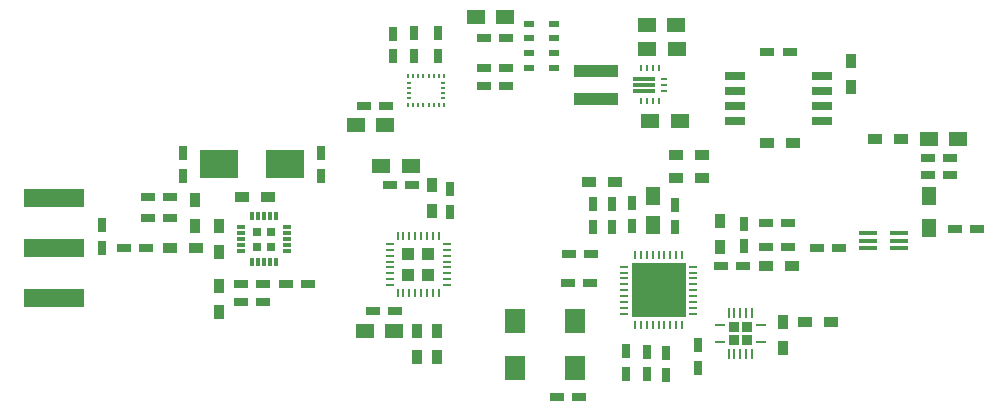
<source format=gbr>
G04 #@! TF.GenerationSoftware,KiCad,Pcbnew,(5.0.0-rc2-dev-311-g1dd4af297)*
G04 #@! TF.CreationDate,2018-03-29T11:26:02-07:00*
G04 #@! TF.ProjectId,Lupo_Testing,4C75706F5F54657374696E672E6B6963,rev?*
G04 #@! TF.SameCoordinates,Original*
G04 #@! TF.FileFunction,Paste,Top*
G04 #@! TF.FilePolarity,Positive*
%FSLAX46Y46*%
G04 Gerber Fmt 4.6, Leading zero omitted, Abs format (unit mm)*
G04 Created by KiCad (PCBNEW (5.0.0-rc2-dev-311-g1dd4af297)) date 03/29/18 11:26:02*
%MOMM*%
%LPD*%
G01*
G04 APERTURE LIST*
%ADD10R,0.250000X0.704800*%
%ADD11R,0.704800X0.250000*%
%ADD12R,4.600001X4.600001*%
%ADD13R,0.950000X0.550000*%
%ADD14R,1.500000X0.400000*%
%ADD15R,1.700000X0.650000*%
%ADD16R,1.889999X0.319999*%
%ADD17R,0.240000X0.599999*%
%ADD18R,0.599999X0.240000*%
%ADD19R,0.820000X0.820000*%
%ADD20R,0.850000X0.280000*%
%ADD21R,0.280000X0.850000*%
%ADD22R,0.230000X0.350000*%
%ADD23R,0.350000X0.230000*%
%ADD24R,0.750000X0.750000*%
%ADD25R,0.300000X0.730000*%
%ADD26R,0.730000X0.300000*%
%ADD27R,1.035000X1.035000*%
%ADD28R,0.250000X0.700000*%
%ADD29R,0.700000X0.250000*%
%ADD30R,0.750000X1.200000*%
%ADD31R,1.200000X0.750000*%
%ADD32R,1.500000X1.250000*%
%ADD33R,1.250000X1.500000*%
%ADD34R,5.080000X1.500000*%
%ADD35R,0.900000X1.200000*%
%ADD36R,1.200000X0.900000*%
%ADD37R,3.700000X0.980000*%
%ADD38R,1.300000X1.500000*%
%ADD39R,3.325000X2.400000*%
%ADD40R,1.800000X2.000000*%
G04 APERTURE END LIST*
D10*
X237140999Y-104425402D03*
X237641000Y-104425402D03*
X238140999Y-104425402D03*
X238641001Y-104425402D03*
X239141000Y-104425402D03*
X239640999Y-104425402D03*
X240141001Y-104425402D03*
X240641000Y-104425402D03*
X241141001Y-104425402D03*
D11*
X242093402Y-103473001D03*
X242093402Y-102973000D03*
X242093402Y-102473001D03*
X242093402Y-101972999D03*
X242093402Y-101473000D03*
X242093402Y-100973001D03*
X242093402Y-100472999D03*
X242093402Y-99973000D03*
X242093402Y-99472999D03*
D10*
X241141001Y-98520598D03*
X240641000Y-98520598D03*
X240141001Y-98520598D03*
X239640999Y-98520598D03*
X239141000Y-98520598D03*
X238641001Y-98520598D03*
X238140999Y-98520598D03*
X237641000Y-98520598D03*
X237140999Y-98520598D03*
D11*
X236188598Y-99472999D03*
X236188598Y-99973000D03*
X236188598Y-100472999D03*
X236188598Y-100973001D03*
X236188598Y-101473000D03*
X236188598Y-101972999D03*
X236188598Y-102473001D03*
X236188598Y-102973000D03*
X236188598Y-103473001D03*
D12*
X239141000Y-101473000D03*
D13*
X230310000Y-82647000D03*
X230310000Y-81397000D03*
X230310000Y-80147000D03*
X230310000Y-78897000D03*
X228160000Y-81397000D03*
X228160000Y-80147000D03*
X228160000Y-78897000D03*
X228160000Y-82647000D03*
D14*
X259521000Y-96632000D03*
X259521000Y-97282000D03*
X259521000Y-97932000D03*
X256861000Y-97932000D03*
X256861000Y-97282000D03*
X256861000Y-96632000D03*
D15*
X252951000Y-83312000D03*
X252951000Y-84582000D03*
X252951000Y-85852000D03*
X252951000Y-87122000D03*
X245651000Y-87122000D03*
X245651000Y-85852000D03*
X245651000Y-84582000D03*
X245651000Y-83312000D03*
D16*
X237871000Y-83584001D03*
X237871000Y-84074000D03*
X237871000Y-84563999D03*
D17*
X237675999Y-85474000D03*
X238176000Y-85474000D03*
X238676000Y-85474000D03*
X239176001Y-85474000D03*
D18*
X239576000Y-84573999D03*
X239576000Y-84074000D03*
X239576000Y-83574001D03*
D17*
X239176001Y-82674000D03*
X238676000Y-82674000D03*
X238176000Y-82674000D03*
X237675999Y-82674000D03*
D19*
X246633000Y-105700000D03*
X246633000Y-104580000D03*
X245513000Y-104580000D03*
X245513000Y-105700000D03*
D20*
X247798000Y-105890000D03*
D21*
X247073000Y-106865000D03*
X246573000Y-106865000D03*
X246073000Y-106865000D03*
X245573000Y-106865000D03*
X245073000Y-106865000D03*
D20*
X244348000Y-105890000D03*
X244348000Y-104390000D03*
D21*
X245073000Y-103415000D03*
X245573000Y-103415000D03*
X246073000Y-103415000D03*
X246573000Y-103415000D03*
X247073000Y-103415000D03*
D20*
X247798000Y-104390000D03*
D22*
X220961000Y-85807000D03*
X220531000Y-85807000D03*
X220101000Y-85807000D03*
X219671000Y-85807000D03*
X219241000Y-85807000D03*
X218811000Y-85807000D03*
X218381000Y-85807000D03*
X217951000Y-85807000D03*
X220961000Y-83357000D03*
X220531000Y-83357000D03*
X220101000Y-83357000D03*
X219671000Y-83357000D03*
X219241000Y-83357000D03*
X218811000Y-83357000D03*
X218381000Y-83357000D03*
D23*
X220931000Y-85227000D03*
X217981000Y-85227000D03*
X220931000Y-84797000D03*
X217981000Y-84797000D03*
X220931000Y-84367000D03*
X217981000Y-84367000D03*
X220931000Y-83937000D03*
X217981000Y-83937000D03*
D22*
X217951000Y-83357000D03*
D24*
X206365000Y-97780000D03*
X206365000Y-96530000D03*
X205115000Y-97780000D03*
X205115000Y-96530000D03*
D25*
X206740000Y-99120000D03*
X206240000Y-99120000D03*
X205740000Y-99120000D03*
X205240000Y-99120000D03*
X204740000Y-99120000D03*
D26*
X203775000Y-98155000D03*
X203775000Y-97655000D03*
X203775000Y-97155000D03*
X203775000Y-96655000D03*
X203775000Y-96155000D03*
D25*
X204740000Y-95190000D03*
X205240000Y-95190000D03*
X205740000Y-95190000D03*
X206240000Y-95190000D03*
X206740000Y-95190000D03*
D26*
X207705000Y-96155000D03*
X207705000Y-96655000D03*
X207705000Y-97155000D03*
X207705000Y-97655000D03*
X207705000Y-98155000D03*
D27*
X217932000Y-98425000D03*
X217932000Y-100150000D03*
X219657000Y-98425000D03*
X219657000Y-100150000D03*
D28*
X217044500Y-96887500D03*
X217544500Y-96887500D03*
X218044500Y-96887500D03*
X218544500Y-96887500D03*
X219044500Y-96887500D03*
X219544500Y-96887500D03*
X220044500Y-96887500D03*
X220544500Y-96887500D03*
D29*
X221194500Y-97537500D03*
X221194500Y-98037500D03*
X221194500Y-98537500D03*
X221194500Y-99037500D03*
X221194500Y-99537500D03*
X221194500Y-100037500D03*
X221194500Y-100537500D03*
X221194500Y-101037500D03*
D28*
X220544500Y-101687500D03*
X220044500Y-101687500D03*
X219544500Y-101687500D03*
X219044500Y-101687500D03*
X218544500Y-101687500D03*
X218044500Y-101687500D03*
X217544500Y-101687500D03*
X217044500Y-101687500D03*
D29*
X216394500Y-101037500D03*
X216394500Y-100537500D03*
X216394500Y-100037500D03*
X216394500Y-99537500D03*
X216394500Y-99037500D03*
X216394500Y-98537500D03*
X216394500Y-98037500D03*
X216394500Y-97537500D03*
D30*
X238125000Y-106685000D03*
X238125000Y-108585000D03*
X236347000Y-106619000D03*
X236347000Y-108519000D03*
X242443000Y-108011000D03*
X242443000Y-106111000D03*
X239776000Y-108646000D03*
X239776000Y-106746000D03*
D31*
X226248000Y-80137000D03*
X224348000Y-80137000D03*
X224348000Y-82677000D03*
X226248000Y-82677000D03*
D30*
X220472000Y-81595000D03*
X220472000Y-79695000D03*
D32*
X226167000Y-78359000D03*
X223667000Y-78359000D03*
D31*
X224348000Y-84201000D03*
X226248000Y-84201000D03*
D30*
X218440000Y-79695000D03*
X218440000Y-81595000D03*
D31*
X203774000Y-102489000D03*
X205674000Y-102489000D03*
X207584000Y-100965000D03*
X209484000Y-100965000D03*
X205674000Y-100965000D03*
X203774000Y-100965000D03*
X216088000Y-85852000D03*
X214188000Y-85852000D03*
X231460000Y-100838000D03*
X233360000Y-100838000D03*
D32*
X213507000Y-87503000D03*
X216007000Y-87503000D03*
D30*
X235204000Y-94173000D03*
X235204000Y-96073000D03*
X236855000Y-94112000D03*
X236855000Y-96012000D03*
D31*
X197800000Y-93599000D03*
X195900000Y-93599000D03*
D30*
X216662000Y-79761000D03*
X216662000Y-81661000D03*
X233553000Y-96073000D03*
X233553000Y-94173000D03*
X210566000Y-91755000D03*
X210566000Y-89855000D03*
D33*
X238633000Y-93472000D03*
X238633000Y-95972000D03*
D31*
X195900000Y-95377000D03*
X197800000Y-95377000D03*
D30*
X198882000Y-91755000D03*
X198882000Y-89855000D03*
D31*
X233421000Y-98425000D03*
X231521000Y-98425000D03*
D30*
X240538000Y-96134000D03*
X240538000Y-94234000D03*
D31*
X193868000Y-97917000D03*
X195768000Y-97917000D03*
D32*
X240919000Y-87122000D03*
X238419000Y-87122000D03*
D30*
X192024000Y-97851000D03*
X192024000Y-95951000D03*
D31*
X252542000Y-97917000D03*
X254442000Y-97917000D03*
D32*
X264521000Y-88646000D03*
X262021000Y-88646000D03*
D31*
X266126000Y-96266000D03*
X264226000Y-96266000D03*
X263840000Y-90297000D03*
X261940000Y-90297000D03*
X250251000Y-81280000D03*
X248351000Y-81280000D03*
D32*
X240665000Y-81026000D03*
X238165000Y-81026000D03*
D31*
X263840000Y-91694000D03*
X261940000Y-91694000D03*
D32*
X238145000Y-78994000D03*
X240645000Y-78994000D03*
D30*
X221488000Y-94803000D03*
X221488000Y-92903000D03*
D32*
X216769000Y-104902000D03*
X214269000Y-104902000D03*
D31*
X214950000Y-103251000D03*
X216850000Y-103251000D03*
X218308000Y-92583000D03*
X216408000Y-92583000D03*
D32*
X215666000Y-90932000D03*
X218166000Y-90932000D03*
D31*
X244414000Y-99441000D03*
X246314000Y-99441000D03*
D30*
X246380000Y-95824000D03*
X246380000Y-97724000D03*
D31*
X248224000Y-97790000D03*
X250124000Y-97790000D03*
X250124000Y-95758000D03*
X248224000Y-95758000D03*
X232410000Y-110490000D03*
X230510000Y-110490000D03*
D34*
X187960000Y-97917000D03*
X187960000Y-102167000D03*
X187960000Y-93667000D03*
D35*
X201930000Y-98255000D03*
X201930000Y-96055000D03*
X199898000Y-93853000D03*
X199898000Y-96053000D03*
D36*
X197782000Y-97917000D03*
X199982000Y-97917000D03*
D37*
X233807000Y-82889000D03*
X233807000Y-85259000D03*
D38*
X262001000Y-96219000D03*
X262001000Y-93519000D03*
D35*
X244348000Y-95590000D03*
X244348000Y-97790000D03*
X201930000Y-103335000D03*
X201930000Y-101135000D03*
D36*
X240624000Y-91948000D03*
X242824000Y-91948000D03*
X251503000Y-104140000D03*
X253703000Y-104140000D03*
X242824000Y-90043000D03*
X240624000Y-90043000D03*
D35*
X249682000Y-104183000D03*
X249682000Y-106383000D03*
D36*
X206078000Y-93599000D03*
X203878000Y-93599000D03*
X235415000Y-92329000D03*
X233215000Y-92329000D03*
X248328000Y-89027000D03*
X250528000Y-89027000D03*
X259672000Y-88646000D03*
X257472000Y-88646000D03*
D35*
X255397000Y-84285000D03*
X255397000Y-82085000D03*
X218694000Y-107145000D03*
X218694000Y-104945000D03*
X220345000Y-104945000D03*
X220345000Y-107145000D03*
X219964000Y-94742000D03*
X219964000Y-92542000D03*
D36*
X248201000Y-99441000D03*
X250401000Y-99441000D03*
D39*
X201961500Y-90805000D03*
X207486500Y-90805000D03*
D40*
X226949000Y-104077000D03*
X232029000Y-104077000D03*
X232029000Y-108077000D03*
X226949000Y-108077000D03*
M02*

</source>
